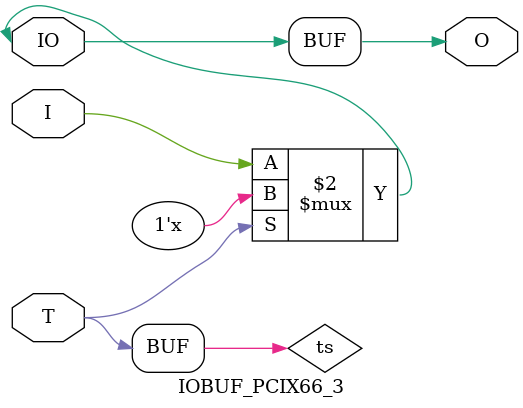
<source format=v>

/*

FUNCTION	: INPUT TRI-STATE OUTPUT BUFFER

*/

`celldefine
`timescale  100 ps / 10 ps

module IOBUF_PCIX66_3 (O, IO, I, T);

    output O;

    inout  IO;

    input  I, T;

    or O1 (ts, 1'b0, T);
    bufif0 T1 (IO, I, ts);

    buf B1 (O, IO);

endmodule

</source>
